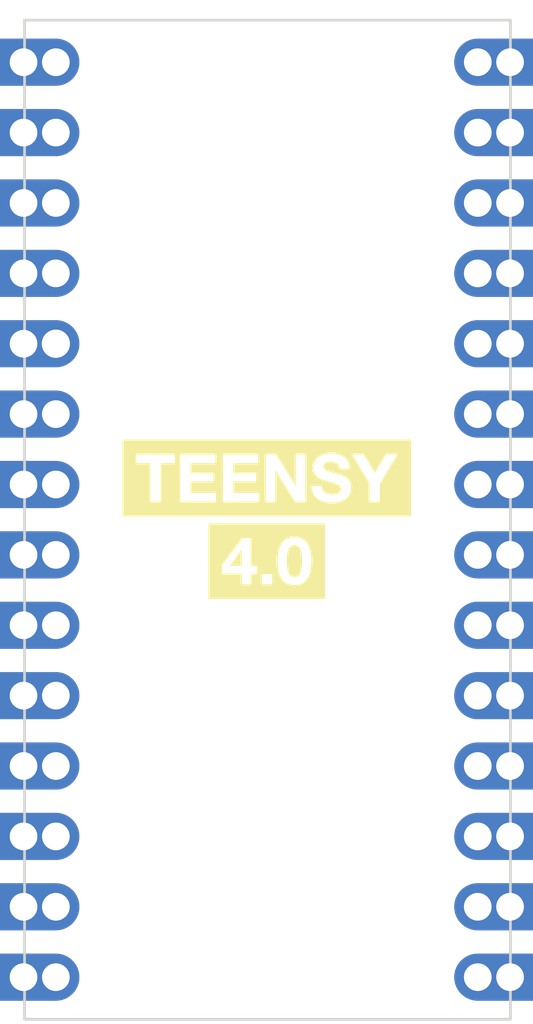
<source format=kicad_pcb>
(kicad_pcb (version 20221018) (generator pcbnew)
  (layers (0 "F.Cu" signal) (31 "B.Cu" signal) (34 "B.Paste" user) (35 "F.Paste" user) (36 "B.SilkS" user "B.Silkscreen") (37 "F.SilkS" user "F.Silkscreen") (38 "B.Mask" user) (39 "F.Mask" user) (44 "Edge.Cuts" user))
  (net 0 "")
  (footprint "kibuzzard-6588E0CF" (layer "F.Cu") (at 54.712499 35.326)
    (fp_text reference "kibuzzard-6588E0CF" hide)
    (fp_text value "G***" hide)
    (fp_poly (pts (xy -4.714875 -1.385491) (xy -5.210969 -1.385491) (xy -5.210969 1.385491) (xy -4.714875 1.385491) (xy -3.831431 1.385491) (xy -3.831431 0.851297) (xy -4.205288 0.851297) (xy -4.205288 -0.534591) (xy -4.714875 -0.534591) (xy -4.714875 -0.848916) (xy -3.321844 -0.848916) (xy -3.321844 -0.534591) (xy -3.831431 -0.534591) (xy -3.831431 0.851297) (xy -3.831431 1.385491) (xy -1.835944 1.385491) (xy -1.835944 0.851297) (xy -3.126581 0.851297) (xy -3.126581 -0.848916) (xy -1.854994 -0.848916) (xy -1.854994 -0.534591) (xy -2.752725 -0.534591) (xy -2.752725 -0.170259) (xy -1.928813 -0.170259) (xy -1.928813 0.120253) (xy -2.752725 0.120253) (xy -2.752725 0.536972) (xy -1.835944 0.536972) (xy -1.835944 0.851297) (xy -1.835944 1.385491) (xy -0.292894 1.385491) (xy -0.292894 0.851297) (xy -1.583531 0.851297) (xy -1.583531 -0.848916) (xy -0.311944 -0.848916) (xy -0.311944 -0.534591) (xy -1.209675 -0.534591) (xy -1.209675 -0.170259) (xy -0.385762 -0.170259) (xy -0.385762 0.120253) (xy -1.209675 0.120253) (xy -1.209675 0.536972) (xy -0.292894 0.536972) (xy -0.292894 0.851297) (xy -0.292894 1.385491) (xy 1.395413 1.385491) (xy 1.395413 0.851297) (xy 1.021556 0.851297) (xy 0.314325 -0.286941) (xy 0.309562 -0.286941) (xy 0.309562 0.851297) (xy -0.040481 0.851297) (xy -0.040481 -0.848916) (xy 0.330994 -0.848916) (xy 1.040606 0.291703) (xy 1.045369 0.291703) (xy 1.045369 -0.848916) (xy 1.395413 -0.848916) (xy 1.395413 0.851297) (xy 1.395413 1.385491) (xy 2.340769 1.385491) (xy 2.340769 0.889397) (xy 2.202359 0.880765) (xy 2.068116 0.854869) (xy 1.943695 0.810518) (xy 1.834753 0.746522) (xy 1.743968 0.662583) (xy 1.674019 0.558403) (xy 1.629966 0.433388) (xy 1.616869 0.286941) (xy 1.978819 0.286941) (xy 2.009775 0.432197) (xy 2.091928 0.528638) (xy 2.212181 0.583406) (xy 2.355056 0.601266) (xy 2.462212 0.592931) (xy 2.569369 0.560784) (xy 2.652712 0.4953) (xy 2.68605 0.389334) (xy 2.641997 0.277416) (xy 2.526506 0.205978) (xy 2.364581 0.155972) (xy 2.181225 0.108347) (xy 1.995488 0.050006) (xy 1.833562 -0.039291) (xy 1.718072 -0.176212) (xy 1.685032 -0.266997) (xy 1.674019 -0.375047) (xy 1.688009 -0.497384) (xy 1.729978 -0.602456) (xy 1.79457 -0.69086) (xy 1.876425 -0.763191) (xy 1.972866 -0.81915) (xy 2.081212 -0.858441) (xy 2.195512 -0.881658) (xy 2.309812 -0.889397) (xy 2.440484 -0.881955) (xy 2.565797 -0.859631) (xy 2.681585 -0.820638) (xy 2.783681 -0.763191) (xy 2.869109 -0.687289) (xy 2.934891 -0.592931) (xy 2.97686 -0.478334) (xy 2.99085 -0.341709) (xy 2.6289 -0.341709) (xy 2.596753 -0.467916) (xy 2.524125 -0.546497) (xy 2.420541 -0.586978) (xy 2.293144 -0.598884) (xy 2.202656 -0.589359) (xy 2.120503 -0.556022) (xy 2.059781 -0.496491) (xy 2.035969 -0.406003) (xy 2.055019 -0.325041) (xy 2.130028 -0.267891) (xy 2.284809 -0.215503) (xy 2.398811 -0.185739) (xy 2.543175 -0.148828) (xy 2.675334 -0.1143) (xy 2.843213 -0.034528) (xy 2.920898 0.029468) (xy 2.987278 0.111919) (xy 3.03282 0.216396) (xy 3.048 0.346472) (xy 3.036693 0.458986) (xy 3.002756 0.563166) (xy 2.946501 0.656332) (xy 2.868216 0.735806) (xy 2.768203 0.800398) (xy 2.646759 0.848916) (xy 2.504182 0.879277) (xy 2.340769 0.889397) (xy 2.340769 1.385491) (xy 4.083844 1.385491) (xy 4.083844 0.851297) (xy 3.709988 0.851297) (xy 3.709988 0.189309) (xy 3.0861 -0.848916) (xy 3.5052 -0.848916) (xy 3.902869 -0.177403) (xy 4.298156 -0.848916) (xy 4.714875 -0.848916) (xy 4.083844 0.198834) (xy 4.083844 0.851297) (xy 4.083844 1.385491) (xy 4.714875 1.385491) (xy 5.210969 1.385491) (xy 5.210969 -1.385491) (xy 4.714875 -1.385491) (xy -4.714875 -1.385491)) (fill solid) (layer "F.SilkS"))
  )
  (footprint "kibuzzard-6588E0DF" (layer "F.Cu") (at 54.712499 38.326)
    (fp_text reference "kibuzzard-6588E0DF" hide)
    (fp_text value "G***" hide)
    (fp_poly (pts (xy -0.906068 -0.408384) (xy -0.913212 -0.408384) (xy -1.344218 0.170259) (xy -0.906068 0.170259) (xy -0.906068 -0.408384)) (fill solid) (layer "F.SilkS"))
    (fp_poly (pts (xy 0.725088 -0.005953) (xy 0.729851 0.166687) (xy 0.759616 0.36195) (xy 0.839388 0.522684) (xy 0.996551 0.589359) (xy 1.157285 0.522684) (xy 1.238248 0.36195) (xy 1.268013 0.166687) (xy 1.272776 -0.005953) (xy 1.271585 -0.109538) (xy 1.26206 -0.234553) (xy 1.238248 -0.36195) (xy 1.191813 -0.475059) (xy 1.113232 -0.556022) (xy 0.996551 -0.586978) (xy 0.88106 -0.556022) (xy 0.80486 -0.475059) (xy 0.758426 -0.36195) (xy 0.734613 -0.234553) (xy 0.726279 -0.109538) (xy 0.725088 -0.005953)) (fill solid) (layer "F.SilkS"))
    (fp_poly (pts (xy -1.610918 -1.361678) (xy -2.107012 -1.361678) (xy -2.107012 1.361678) (xy -1.610918 1.361678) (xy -0.584599 1.361678) (xy -0.584599 0.834628) (xy -0.906068 0.834628) (xy -0.906068 0.448866) (xy -1.610918 0.448866) (xy -1.610918 0.139303) (xy -0.887018 -0.832247) (xy -0.584599 -0.832247) (xy -0.584599 0.170259) (xy -0.363143 0.170259) (xy -0.363143 0.448866) (xy -0.584599 0.448866) (xy -0.584599 0.834628) (xy -0.584599 1.361678) (xy 0.191688 1.361678) (xy 0.191688 0.834628) (xy -0.182168 0.834628) (xy -0.182168 0.467916) (xy 0.191688 0.467916) (xy 0.191688 0.834628) (xy 0.191688 1.361678) (xy 0.996551 1.361678) (xy 0.996551 0.865584) (xy 0.876 0.854869) (xy 0.761998 0.822722) (xy 0.658116 0.765572) (xy 0.567926 0.679847) (xy 0.493214 0.562868) (xy 0.435766 0.411956) (xy 0.408647 0.290909) (xy 0.392375 0.151606) (xy 0.386951 -0.005953) (xy 0.392375 -0.159279) (xy 0.408647 -0.295407) (xy 0.435766 -0.414338) (xy 0.493214 -0.563462) (xy 0.567926 -0.679847) (xy 0.658116 -0.765572) (xy 0.761998 -0.822722) (xy 0.876 -0.854869) (xy 0.996551 -0.865584) (xy 1.118887 -0.854869) (xy 1.233485 -0.822722) (xy 1.337664 -0.765572) (xy 1.428748 -0.679847) (xy 1.504351 -0.563463) (xy 1.562098 -0.414338) (xy 1.589217 -0.295407) (xy 1.605489 -0.159279) (xy 1.610913 -0.005953) (xy 1.605492 0.151606) (xy 1.589221 0.290909) (xy 1.562098 0.411956) (xy 1.504352 0.562868) (xy 1.428748 0.679847) (xy 1.337665 0.765572) (xy 1.233485 0.822722) (xy 1.118888 0.854869) (xy 0.996551 0.865584) (xy 0.996551 1.361678) (xy 1.610918 1.361678) (xy 2.107012 1.361678) (xy 2.107012 -1.361678) (xy 1.610918 -1.361678) (xy -1.610918 -1.361678)) (fill solid) (layer "F.SilkS"))
  )
  (footprint "Teensy Castellated:Teensy Castellated" (layer "F.Cu") (at 54.712499 36.826)
    (fp_text reference "H1" hide)
    (fp_text value "MountingHole")
    (fp_line (start -8.75 -18.025) (end -8.75 18.035) (stroke (width 0.1)) (layer "Edge.Cuts"))
    (fp_line (start 8.8 -18.025) (end -8.75 -18.025) (stroke (width 0.1)) (layer "Edge.Cuts"))
    (fp_line (start 8.8 -18.025) (end 8.8 18.035) (stroke (width 0.1)) (layer "Edge.Cuts"))
    (fp_line (start 8.8 18.035) (end -8.75 18.035) (stroke (width 0.1)) (layer "Edge.Cuts"))
    (pad "0" thru_hole rect (at -8.787501 -13.966) (size 1.982498 1.7) (drill 1 (offset 0.14125 0)) (property pad_prop_castellated) (layers "*.Cu" "*.Mask"))
    (pad "0" thru_hole circle (at -7.62 -13.966) (size 1.7 1.7) (drill 1) (layers "*.Cu" "*.Mask"))
    (pad "1" thru_hole rect (at -8.787501 -11.426) (size 1.982498 1.7) (drill 1 (offset 0.14125 0)) (property pad_prop_castellated) (layers "*.Cu" "*.Mask"))
    (pad "1" thru_hole rect (at -8.787501 -6.346) (size 1.982498 1.7) (drill 1 (offset 0.14125 0)) (property pad_prop_castellated) (layers "*.Cu" "*.Mask"))
    (pad "1" thru_hole circle (at -7.62 -11.426) (size 1.7 1.7) (drill 1) (layers "*.Cu" "*.Mask"))
    (pad "1" thru_hole circle (at -7.62 -6.346) (size 1.7 1.7) (drill 1) (layers "*.Cu" "*.Mask"))
    (pad "2" thru_hole rect (at -8.787501 -8.886) (size 1.982498 1.7) (drill 1 (offset 0.14125 0)) (property pad_prop_castellated) (layers "*.Cu" "*.Mask"))
    (pad "2" thru_hole circle (at -7.62 -8.886) (size 1.7 1.7) (drill 1) (layers "*.Cu" "*.Mask"))
    (pad "3" thru_hole circle (at -7.62 -6.346) (size 1.53 1.53) (drill 1.02) (layers "*.Cu" "*.Mask"))
    (pad "3.3V_2" thru_hole circle (at 7.62 -11.426 180) (size 1.7 1.7) (drill 1) (layers "*.Cu" "*.Mask"))
    (pad "3.3V_2" thru_hole rect (at 8.787501 -11.426 180) (size 1.982498 1.7) (drill 1 (offset 0.14125 0)) (property pad_prop_castellated) (layers "*.Cu" "*.Mask"))
    (pad "4" thru_hole rect (at -8.787501 -3.806) (size 1.982498 1.7) (drill 1 (offset 0.14125 0)) (property pad_prop_castellated) (layers "*.Cu" "*.Mask"))
    (pad "4" thru_hole circle (at -7.62 -3.806) (size 1.7 1.7) (drill 1) (layers "*.Cu" "*.Mask"))
    (pad "5" thru_hole rect (at -8.787501 -1.266) (size 1.982498 1.7) (drill 1 (offset 0.14125 0)) (property pad_prop_castellated) (layers "*.Cu" "*.Mask"))
    (pad "5" thru_hole circle (at -7.62 -1.266) (size 1.7 1.7) (drill 1) (layers "*.Cu" "*.Mask"))
    (pad "6" thru_hole rect (at -8.787501 1.274) (size 1.982498 1.7) (drill 1 (offset 0.14125 0)) (property pad_prop_castellated) (layers "*.Cu" "*.Mask"))
    (pad "6" thru_hole circle (at -7.62 1.274) (size 1.7 1.7) (drill 1) (layers "*.Cu" "*.Mask"))
    (pad "7" thru_hole rect (at -8.787501 3.814) (size 1.982498 1.7) (drill 1 (offset 0.14125 0)) (property pad_prop_castellated) (layers "*.Cu" "*.Mask"))
    (pad "7" thru_hole circle (at -7.62 3.814) (size 1.7 1.7) (drill 1) (layers "*.Cu" "*.Mask"))
    (pad "8" thru_hole rect (at -8.787501 6.354) (size 1.982498 1.7) (drill 1 (offset 0.14125 0)) (property pad_prop_castellated) (layers "*.Cu" "*.Mask"))
    (pad "8" thru_hole circle (at -7.62 6.354) (size 1.7 1.7) (drill 1) (layers "*.Cu" "*.Mask"))
    (pad "9" thru_hole rect (at -8.787501 8.894) (size 1.982498 1.7) (drill 1 (offset 0.14125 0)) (property pad_prop_castellated) (layers "*.Cu" "*.Mask"))
    (pad "9" thru_hole circle (at -7.62 8.894) (size 1.7 1.7) (drill 1) (layers "*.Cu" "*.Mask"))
    (pad "10" thru_hole rect (at -8.787501 11.434) (size 1.982498 1.7) (drill 1 (offset 0.14125 0)) (property pad_prop_castellated) (layers "*.Cu" "*.Mask"))
    (pad "10" thru_hole circle (at -7.62 11.434) (size 1.7 1.7) (drill 1) (layers "*.Cu" "*.Mask"))
    (pad "11" thru_hole rect (at -8.787501 13.974) (size 1.982498 1.7) (drill 1 (offset 0.14125 0)) (property pad_prop_castellated) (layers "*.Cu" "*.Mask"))
    (pad "11" thru_hole circle (at -7.62 13.974) (size 1.7 1.7) (drill 1) (layers "*.Cu" "*.Mask"))
    (pad "12" thru_hole rect (at -8.787501 16.514) (size 1.982498 1.7) (drill 1 (offset 0.14125 0)) (property pad_prop_castellated) (layers "*.Cu" "*.Mask"))
    (pad "12" thru_hole circle (at -7.62 16.514) (size 1.7 1.7) (drill 1) (layers "*.Cu" "*.Mask"))
    (pad "13" thru_hole circle (at 7.62 16.514 180) (size 1.7 1.7) (drill 1) (layers "*.Cu" "*.Mask"))
    (pad "13" thru_hole rect (at 8.787501 16.514 180) (size 1.982498 1.7) (drill 1 (offset 0.14125 0)) (property pad_prop_castellated) (layers "*.Cu" "*.Mask"))
    (pad "14" thru_hole circle (at 7.62 13.974 180) (size 1.7 1.7) (drill 1) (layers "*.Cu" "*.Mask"))
    (pad "14" thru_hole rect (at 8.787501 13.974 180) (size 1.982498 1.7) (drill 1 (offset 0.14125 0)) (property pad_prop_castellated) (layers "*.Cu" "*.Mask"))
    (pad "15" thru_hole circle (at 7.62 11.434 180) (size 1.7 1.7) (drill 1) (layers "*.Cu" "*.Mask"))
    (pad "15" thru_hole rect (at 8.787501 11.434 180) (size 1.982498 1.7) (drill 1 (offset 0.14125 0)) (property pad_prop_castellated) (layers "*.Cu" "*.Mask"))
    (pad "16" thru_hole circle (at 7.62 8.894 180) (size 1.7 1.7) (drill 1) (layers "*.Cu" "*.Mask"))
    (pad "16" thru_hole rect (at 8.787501 8.894 180) (size 1.982498 1.7) (drill 1 (offset 0.14125 0)) (property pad_prop_castellated) (layers "*.Cu" "*.Mask"))
    (pad "17" thru_hole circle (at 7.62 6.354 180) (size 1.7 1.7) (drill 1) (layers "*.Cu" "*.Mask"))
    (pad "17" thru_hole rect (at 8.787501 6.354 180) (size 1.982498 1.7) (drill 1 (offset 0.14125 0)) (property pad_prop_castellated) (layers "*.Cu" "*.Mask"))
    (pad "18" thru_hole circle (at 7.62 3.814 180) (size 1.7 1.7) (drill 1) (layers "*.Cu" "*.Mask"))
    (pad "18" thru_hole rect (at 8.787501 3.814 180) (size 1.982498 1.7) (drill 1 (offset 0.14125 0)) (property pad_prop_castellated) (layers "*.Cu" "*.Mask"))
    (pad "19" thru_hole circle (at 7.62 1.274 180) (size 1.7 1.7) (drill 1) (layers "*.Cu" "*.Mask"))
    (pad "19" thru_hole rect (at 8.787501 1.274 180) (size 1.982498 1.7) (drill 1 (offset 0.14125 0)) (property pad_prop_castellated) (layers "*.Cu" "*.Mask"))
    (pad "20" thru_hole circle (at 7.62 -1.266 180) (size 1.7 1.7) (drill 1) (layers "*.Cu" "*.Mask"))
    (pad "20" thru_hole rect (at 8.787501 -1.266 180) (size 1.982498 1.7) (drill 1 (offset 0.14125 0)) (property pad_prop_castellated) (layers "*.Cu" "*.Mask"))
    (pad "21" thru_hole circle (at 7.62 -3.806 180) (size 1.7 1.7) (drill 1) (layers "*.Cu" "*.Mask"))
    (pad "21" thru_hole rect (at 8.787501 -3.806 180) (size 1.982498 1.7) (drill 1 (offset 0.14125 0)) (property pad_prop_castellated) (layers "*.Cu" "*.Mask"))
    (pad "22" thru_hole circle (at 7.62 -6.346 180) (size 1.7 1.7) (drill 1) (layers "*.Cu" "*.Mask"))
    (pad "22" thru_hole rect (at 8.787501 -6.346 180) (size 1.982498 1.7) (drill 1 (offset 0.14125 0)) (property pad_prop_castellated) (layers "*.Cu" "*.Mask"))
    (pad "23" thru_hole circle (at 7.62 -8.886 180) (size 1.7 1.7) (drill 1) (layers "*.Cu" "*.Mask"))
    (pad "23" thru_hole rect (at 8.787501 -8.886 180) (size 1.982498 1.7) (drill 1 (offset 0.14125 0)) (property pad_prop_castellated) (layers "*.Cu" "*.Mask"))
    (pad "G1" thru_hole rect (at -8.787501 -16.506) (size 1.982498 1.7) (drill 1 (offset 0.14125 0)) (property pad_prop_castellated) (layers "*.Cu" "*.Mask"))
    (pad "G1" thru_hole circle (at -7.62 -16.506) (size 1.7 1.7) (drill 1) (layers "*.Cu" "*.Mask"))
    (pad "G3" thru_hole circle (at 7.62 -13.966 180) (size 1.7 1.7) (drill 1) (layers "*.Cu" "*.Mask"))
    (pad "G3" thru_hole rect (at 8.787501 -13.966 180) (size 1.982498 1.7) (drill 1 (offset 0.14125 0)) (property pad_prop_castellated) (layers "*.Cu" "*.Mask"))
    (pad "VIN" thru_hole circle (at 7.62 -16.506 180) (size 1.7 1.7) (drill 1) (layers "*.Cu" "*.Mask"))
    (pad "VIN" thru_hole rect (at 8.787501 -16.506 180) (size 1.982498 1.7) (drill 1 (offset 0.14125 0)) (property pad_prop_castellated) (layers "*.Cu" "*.Mask"))
  )
)
</source>
